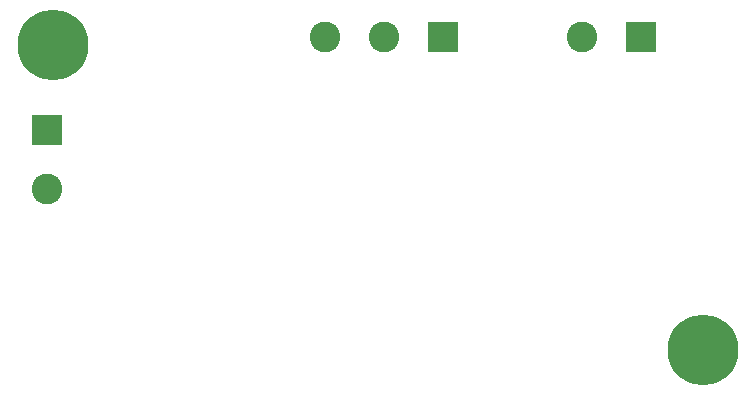
<source format=gbs>
G04 #@! TF.GenerationSoftware,KiCad,Pcbnew,7.0.7*
G04 #@! TF.CreationDate,2023-09-29T07:28:47+02:00*
G04 #@! TF.ProjectId,shmoergh-dual-rail-psu,73686d6f-6572-4676-982d-6475616c2d72,rev?*
G04 #@! TF.SameCoordinates,Original*
G04 #@! TF.FileFunction,Soldermask,Bot*
G04 #@! TF.FilePolarity,Negative*
%FSLAX46Y46*%
G04 Gerber Fmt 4.6, Leading zero omitted, Abs format (unit mm)*
G04 Created by KiCad (PCBNEW 7.0.7) date 2023-09-29 07:28:47*
%MOMM*%
%LPD*%
G01*
G04 APERTURE LIST*
%ADD10R,2.600000X2.600000*%
%ADD11C,2.600000*%
%ADD12C,0.800000*%
%ADD13C,6.000000*%
G04 APERTURE END LIST*
D10*
X72540402Y-64922400D03*
D11*
X67540402Y-64922400D03*
X62540402Y-64922400D03*
X39039800Y-77811000D03*
D10*
X39039800Y-72811000D03*
D11*
X84315202Y-64922400D03*
D10*
X89315202Y-64922400D03*
D12*
X41807010Y-65592010D03*
X41148000Y-67183000D03*
X41148000Y-64001020D03*
X39557010Y-67842010D03*
D13*
X39557010Y-65592010D03*
D12*
X39557010Y-63342010D03*
X37966020Y-67183000D03*
X37966020Y-64001020D03*
X37307010Y-65592010D03*
X92274000Y-91440000D03*
X92933010Y-89849010D03*
X92933010Y-93030990D03*
X94524000Y-89190000D03*
D13*
X94524000Y-91440000D03*
D12*
X94524000Y-93690000D03*
X96114990Y-89849010D03*
X96114990Y-93030990D03*
X96774000Y-91440000D03*
M02*

</source>
